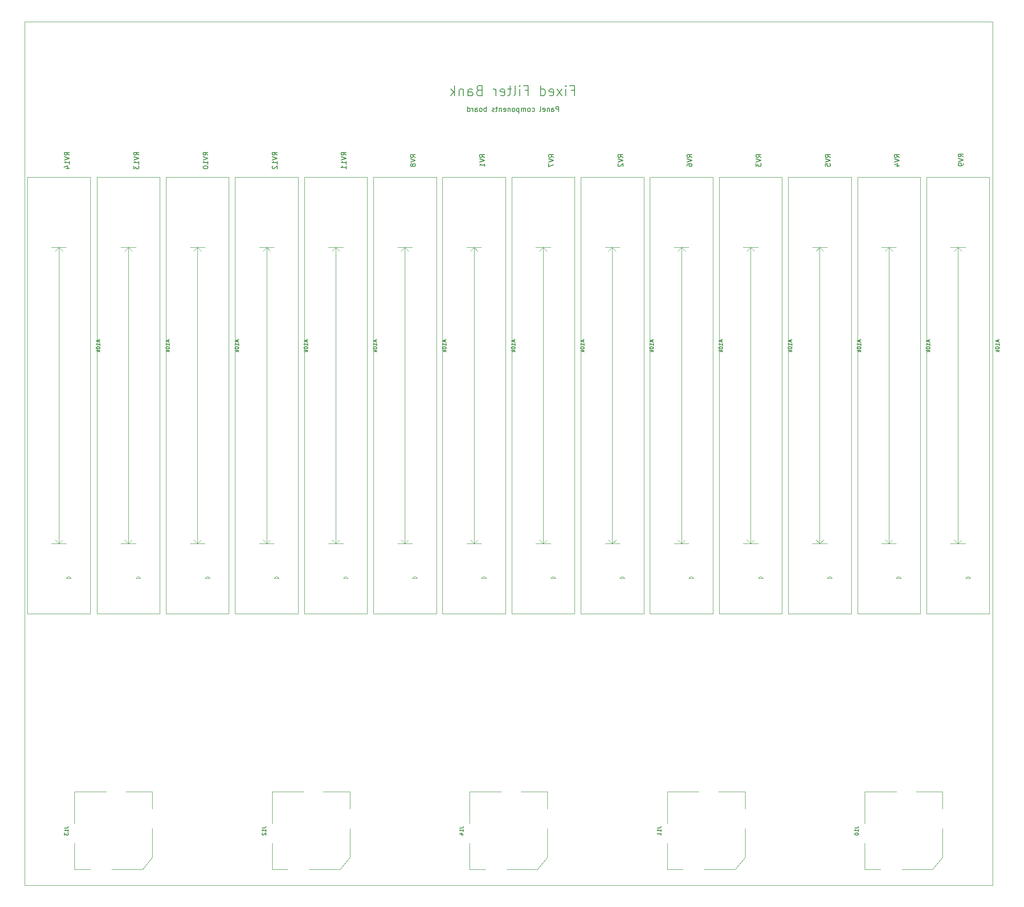
<source format=gbr>
%TF.GenerationSoftware,KiCad,Pcbnew,5.1.10-88a1d61d58~90~ubuntu20.04.1*%
%TF.CreationDate,2021-09-22T19:35:29-04:00*%
%TF.ProjectId,ysFFB,79734646-422e-46b6-9963-61645f706362,rev?*%
%TF.SameCoordinates,Original*%
%TF.FileFunction,Legend,Bot*%
%TF.FilePolarity,Positive*%
%FSLAX46Y46*%
G04 Gerber Fmt 4.6, Leading zero omitted, Abs format (unit mm)*
G04 Created by KiCad (PCBNEW 5.1.10-88a1d61d58~90~ubuntu20.04.1) date 2021-09-22 19:35:29*
%MOMM*%
%LPD*%
G01*
G04 APERTURE LIST*
%TA.AperFunction,Profile*%
%ADD10C,0.100000*%
%TD*%
%ADD11C,0.200000*%
%ADD12C,0.150000*%
%ADD13C,0.120000*%
G04 APERTURE END LIST*
D10*
X-5200000Y-32000000D02*
X-5200000Y-207000000D01*
D11*
X-90551476Y-45931142D02*
X-89884809Y-45931142D01*
X-89884809Y-46978761D02*
X-89884809Y-44978761D01*
X-90837190Y-44978761D01*
X-91599095Y-46978761D02*
X-91599095Y-45645428D01*
X-91599095Y-44978761D02*
X-91503857Y-45074000D01*
X-91599095Y-45169238D01*
X-91694333Y-45074000D01*
X-91599095Y-44978761D01*
X-91599095Y-45169238D01*
X-92361000Y-46978761D02*
X-93408619Y-45645428D01*
X-92361000Y-45645428D02*
X-93408619Y-46978761D01*
X-94932428Y-46883523D02*
X-94741952Y-46978761D01*
X-94361000Y-46978761D01*
X-94170523Y-46883523D01*
X-94075285Y-46693047D01*
X-94075285Y-45931142D01*
X-94170523Y-45740666D01*
X-94361000Y-45645428D01*
X-94741952Y-45645428D01*
X-94932428Y-45740666D01*
X-95027666Y-45931142D01*
X-95027666Y-46121619D01*
X-94075285Y-46312095D01*
X-96741952Y-46978761D02*
X-96741952Y-44978761D01*
X-96741952Y-46883523D02*
X-96551476Y-46978761D01*
X-96170523Y-46978761D01*
X-95980047Y-46883523D01*
X-95884809Y-46788285D01*
X-95789571Y-46597809D01*
X-95789571Y-46026380D01*
X-95884809Y-45835904D01*
X-95980047Y-45740666D01*
X-96170523Y-45645428D01*
X-96551476Y-45645428D01*
X-96741952Y-45740666D01*
X-99884809Y-45931142D02*
X-99218142Y-45931142D01*
X-99218142Y-46978761D02*
X-99218142Y-44978761D01*
X-100170523Y-44978761D01*
X-100932428Y-46978761D02*
X-100932428Y-45645428D01*
X-100932428Y-44978761D02*
X-100837190Y-45074000D01*
X-100932428Y-45169238D01*
X-101027666Y-45074000D01*
X-100932428Y-44978761D01*
X-100932428Y-45169238D01*
X-102170523Y-46978761D02*
X-101980047Y-46883523D01*
X-101884809Y-46693047D01*
X-101884809Y-44978761D01*
X-102646714Y-45645428D02*
X-103408619Y-45645428D01*
X-102932428Y-44978761D02*
X-102932428Y-46693047D01*
X-103027666Y-46883523D01*
X-103218142Y-46978761D01*
X-103408619Y-46978761D01*
X-104837190Y-46883523D02*
X-104646714Y-46978761D01*
X-104265761Y-46978761D01*
X-104075285Y-46883523D01*
X-103980047Y-46693047D01*
X-103980047Y-45931142D01*
X-104075285Y-45740666D01*
X-104265761Y-45645428D01*
X-104646714Y-45645428D01*
X-104837190Y-45740666D01*
X-104932428Y-45931142D01*
X-104932428Y-46121619D01*
X-103980047Y-46312095D01*
X-105789571Y-46978761D02*
X-105789571Y-45645428D01*
X-105789571Y-46026380D02*
X-105884809Y-45835904D01*
X-105980047Y-45740666D01*
X-106170523Y-45645428D01*
X-106361000Y-45645428D01*
X-109218142Y-45931142D02*
X-109503857Y-46026380D01*
X-109599095Y-46121619D01*
X-109694333Y-46312095D01*
X-109694333Y-46597809D01*
X-109599095Y-46788285D01*
X-109503857Y-46883523D01*
X-109313380Y-46978761D01*
X-108551476Y-46978761D01*
X-108551476Y-44978761D01*
X-109218142Y-44978761D01*
X-109408619Y-45074000D01*
X-109503857Y-45169238D01*
X-109599095Y-45359714D01*
X-109599095Y-45550190D01*
X-109503857Y-45740666D01*
X-109408619Y-45835904D01*
X-109218142Y-45931142D01*
X-108551476Y-45931142D01*
X-111408619Y-46978761D02*
X-111408619Y-45931142D01*
X-111313380Y-45740666D01*
X-111122904Y-45645428D01*
X-110741952Y-45645428D01*
X-110551476Y-45740666D01*
X-111408619Y-46883523D02*
X-111218142Y-46978761D01*
X-110741952Y-46978761D01*
X-110551476Y-46883523D01*
X-110456238Y-46693047D01*
X-110456238Y-46502571D01*
X-110551476Y-46312095D01*
X-110741952Y-46216857D01*
X-111218142Y-46216857D01*
X-111408619Y-46121619D01*
X-112361000Y-45645428D02*
X-112361000Y-46978761D01*
X-112361000Y-45835904D02*
X-112456238Y-45740666D01*
X-112646714Y-45645428D01*
X-112932428Y-45645428D01*
X-113122904Y-45740666D01*
X-113218142Y-45931142D01*
X-113218142Y-46978761D01*
X-114170523Y-46978761D02*
X-114170523Y-44978761D01*
X-114361000Y-46216857D02*
X-114932428Y-46978761D01*
X-114932428Y-45645428D02*
X-114170523Y-46407333D01*
D10*
X-201200000Y-32000000D02*
X-5200000Y-32000000D01*
X-5200000Y-207000000D02*
X-201200000Y-207000000D01*
D12*
X-93061714Y-50197380D02*
X-93061714Y-49197380D01*
X-93442666Y-49197380D01*
X-93537904Y-49245000D01*
X-93585523Y-49292619D01*
X-93633142Y-49387857D01*
X-93633142Y-49530714D01*
X-93585523Y-49625952D01*
X-93537904Y-49673571D01*
X-93442666Y-49721190D01*
X-93061714Y-49721190D01*
X-94490285Y-50197380D02*
X-94490285Y-49673571D01*
X-94442666Y-49578333D01*
X-94347428Y-49530714D01*
X-94156952Y-49530714D01*
X-94061714Y-49578333D01*
X-94490285Y-50149761D02*
X-94395047Y-50197380D01*
X-94156952Y-50197380D01*
X-94061714Y-50149761D01*
X-94014095Y-50054523D01*
X-94014095Y-49959285D01*
X-94061714Y-49864047D01*
X-94156952Y-49816428D01*
X-94395047Y-49816428D01*
X-94490285Y-49768809D01*
X-94966476Y-49530714D02*
X-94966476Y-50197380D01*
X-94966476Y-49625952D02*
X-95014095Y-49578333D01*
X-95109333Y-49530714D01*
X-95252190Y-49530714D01*
X-95347428Y-49578333D01*
X-95395047Y-49673571D01*
X-95395047Y-50197380D01*
X-96252190Y-50149761D02*
X-96156952Y-50197380D01*
X-95966476Y-50197380D01*
X-95871238Y-50149761D01*
X-95823619Y-50054523D01*
X-95823619Y-49673571D01*
X-95871238Y-49578333D01*
X-95966476Y-49530714D01*
X-96156952Y-49530714D01*
X-96252190Y-49578333D01*
X-96299809Y-49673571D01*
X-96299809Y-49768809D01*
X-95823619Y-49864047D01*
X-96871238Y-50197380D02*
X-96776000Y-50149761D01*
X-96728380Y-50054523D01*
X-96728380Y-49197380D01*
X-98442666Y-50149761D02*
X-98347428Y-50197380D01*
X-98156952Y-50197380D01*
X-98061714Y-50149761D01*
X-98014095Y-50102142D01*
X-97966476Y-50006904D01*
X-97966476Y-49721190D01*
X-98014095Y-49625952D01*
X-98061714Y-49578333D01*
X-98156952Y-49530714D01*
X-98347428Y-49530714D01*
X-98442666Y-49578333D01*
X-99014095Y-50197380D02*
X-98918857Y-50149761D01*
X-98871238Y-50102142D01*
X-98823619Y-50006904D01*
X-98823619Y-49721190D01*
X-98871238Y-49625952D01*
X-98918857Y-49578333D01*
X-99014095Y-49530714D01*
X-99156952Y-49530714D01*
X-99252190Y-49578333D01*
X-99299809Y-49625952D01*
X-99347428Y-49721190D01*
X-99347428Y-50006904D01*
X-99299809Y-50102142D01*
X-99252190Y-50149761D01*
X-99156952Y-50197380D01*
X-99014095Y-50197380D01*
X-99776000Y-50197380D02*
X-99776000Y-49530714D01*
X-99776000Y-49625952D02*
X-99823619Y-49578333D01*
X-99918857Y-49530714D01*
X-100061714Y-49530714D01*
X-100156952Y-49578333D01*
X-100204571Y-49673571D01*
X-100204571Y-50197380D01*
X-100204571Y-49673571D02*
X-100252190Y-49578333D01*
X-100347428Y-49530714D01*
X-100490285Y-49530714D01*
X-100585523Y-49578333D01*
X-100633142Y-49673571D01*
X-100633142Y-50197380D01*
X-101109333Y-49530714D02*
X-101109333Y-50530714D01*
X-101109333Y-49578333D02*
X-101204571Y-49530714D01*
X-101395047Y-49530714D01*
X-101490285Y-49578333D01*
X-101537904Y-49625952D01*
X-101585523Y-49721190D01*
X-101585523Y-50006904D01*
X-101537904Y-50102142D01*
X-101490285Y-50149761D01*
X-101395047Y-50197380D01*
X-101204571Y-50197380D01*
X-101109333Y-50149761D01*
X-102156952Y-50197380D02*
X-102061714Y-50149761D01*
X-102014095Y-50102142D01*
X-101966476Y-50006904D01*
X-101966476Y-49721190D01*
X-102014095Y-49625952D01*
X-102061714Y-49578333D01*
X-102156952Y-49530714D01*
X-102299809Y-49530714D01*
X-102395047Y-49578333D01*
X-102442666Y-49625952D01*
X-102490285Y-49721190D01*
X-102490285Y-50006904D01*
X-102442666Y-50102142D01*
X-102395047Y-50149761D01*
X-102299809Y-50197380D01*
X-102156952Y-50197380D01*
X-102918857Y-49530714D02*
X-102918857Y-50197380D01*
X-102918857Y-49625952D02*
X-102966476Y-49578333D01*
X-103061714Y-49530714D01*
X-103204571Y-49530714D01*
X-103299809Y-49578333D01*
X-103347428Y-49673571D01*
X-103347428Y-50197380D01*
X-104204571Y-50149761D02*
X-104109333Y-50197380D01*
X-103918857Y-50197380D01*
X-103823619Y-50149761D01*
X-103776000Y-50054523D01*
X-103776000Y-49673571D01*
X-103823619Y-49578333D01*
X-103918857Y-49530714D01*
X-104109333Y-49530714D01*
X-104204571Y-49578333D01*
X-104252190Y-49673571D01*
X-104252190Y-49768809D01*
X-103776000Y-49864047D01*
X-104680761Y-49530714D02*
X-104680761Y-50197380D01*
X-104680761Y-49625952D02*
X-104728380Y-49578333D01*
X-104823619Y-49530714D01*
X-104966476Y-49530714D01*
X-105061714Y-49578333D01*
X-105109333Y-49673571D01*
X-105109333Y-50197380D01*
X-105442666Y-49530714D02*
X-105823619Y-49530714D01*
X-105585523Y-49197380D02*
X-105585523Y-50054523D01*
X-105633142Y-50149761D01*
X-105728380Y-50197380D01*
X-105823619Y-50197380D01*
X-106109333Y-50149761D02*
X-106204571Y-50197380D01*
X-106395047Y-50197380D01*
X-106490285Y-50149761D01*
X-106537904Y-50054523D01*
X-106537904Y-50006904D01*
X-106490285Y-49911666D01*
X-106395047Y-49864047D01*
X-106252190Y-49864047D01*
X-106156952Y-49816428D01*
X-106109333Y-49721190D01*
X-106109333Y-49673571D01*
X-106156952Y-49578333D01*
X-106252190Y-49530714D01*
X-106395047Y-49530714D01*
X-106490285Y-49578333D01*
X-107728380Y-50197380D02*
X-107728380Y-49197380D01*
X-107728380Y-49578333D02*
X-107823619Y-49530714D01*
X-108014095Y-49530714D01*
X-108109333Y-49578333D01*
X-108156952Y-49625952D01*
X-108204571Y-49721190D01*
X-108204571Y-50006904D01*
X-108156952Y-50102142D01*
X-108109333Y-50149761D01*
X-108014095Y-50197380D01*
X-107823619Y-50197380D01*
X-107728380Y-50149761D01*
X-108776000Y-50197380D02*
X-108680761Y-50149761D01*
X-108633142Y-50102142D01*
X-108585523Y-50006904D01*
X-108585523Y-49721190D01*
X-108633142Y-49625952D01*
X-108680761Y-49578333D01*
X-108776000Y-49530714D01*
X-108918857Y-49530714D01*
X-109014095Y-49578333D01*
X-109061714Y-49625952D01*
X-109109333Y-49721190D01*
X-109109333Y-50006904D01*
X-109061714Y-50102142D01*
X-109014095Y-50149761D01*
X-108918857Y-50197380D01*
X-108776000Y-50197380D01*
X-109966476Y-50197380D02*
X-109966476Y-49673571D01*
X-109918857Y-49578333D01*
X-109823619Y-49530714D01*
X-109633142Y-49530714D01*
X-109537904Y-49578333D01*
X-109966476Y-50149761D02*
X-109871238Y-50197380D01*
X-109633142Y-50197380D01*
X-109537904Y-50149761D01*
X-109490285Y-50054523D01*
X-109490285Y-49959285D01*
X-109537904Y-49864047D01*
X-109633142Y-49816428D01*
X-109871238Y-49816428D01*
X-109966476Y-49768809D01*
X-110442666Y-50197380D02*
X-110442666Y-49530714D01*
X-110442666Y-49721190D02*
X-110490285Y-49625952D01*
X-110537904Y-49578333D01*
X-110633142Y-49530714D01*
X-110728380Y-49530714D01*
X-111490285Y-50197380D02*
X-111490285Y-49197380D01*
X-111490285Y-50149761D02*
X-111395047Y-50197380D01*
X-111204571Y-50197380D01*
X-111109333Y-50149761D01*
X-111061714Y-50102142D01*
X-111014095Y-50006904D01*
X-111014095Y-49721190D01*
X-111061714Y-49625952D01*
X-111109333Y-49578333D01*
X-111204571Y-49530714D01*
X-111395047Y-49530714D01*
X-111490285Y-49578333D01*
D10*
X-201200000Y-207000000D02*
X-201200000Y-32000000D01*
D13*
%TO.C,RV6*%
X-61836000Y-151965000D02*
X-61836000Y-63525000D01*
X-74576000Y-151965000D02*
X-74576000Y-63525000D01*
X-61836000Y-151965000D02*
X-74576000Y-151965000D01*
X-61836000Y-63525000D02*
X-74576000Y-63525000D01*
X-66206000Y-144330000D02*
X-65706000Y-144830000D01*
X-65706000Y-144830000D02*
X-66706000Y-144830000D01*
X-66706000Y-144830000D02*
X-66206000Y-144330000D01*
X-68206000Y-137745000D02*
X-68206000Y-77745000D01*
X-66706000Y-137745000D02*
X-69706000Y-137745000D01*
X-67426000Y-137025000D02*
X-68206000Y-137745000D01*
X-68206000Y-137745000D02*
X-68956000Y-136995000D01*
X-66706000Y-77745000D02*
X-69706000Y-77745000D01*
X-67456000Y-78495000D02*
X-68206000Y-77745000D01*
X-68206000Y-77745000D02*
X-68956000Y-78495000D01*
%TO.C,RV2*%
X-75836000Y-151965000D02*
X-75836000Y-63525000D01*
X-88576000Y-151965000D02*
X-88576000Y-63525000D01*
X-75836000Y-151965000D02*
X-88576000Y-151965000D01*
X-75836000Y-63525000D02*
X-88576000Y-63525000D01*
X-80206000Y-144330000D02*
X-79706000Y-144830000D01*
X-79706000Y-144830000D02*
X-80706000Y-144830000D01*
X-80706000Y-144830000D02*
X-80206000Y-144330000D01*
X-82206000Y-137745000D02*
X-82206000Y-77745000D01*
X-80706000Y-137745000D02*
X-83706000Y-137745000D01*
X-81426000Y-137025000D02*
X-82206000Y-137745000D01*
X-82206000Y-137745000D02*
X-82956000Y-136995000D01*
X-80706000Y-77745000D02*
X-83706000Y-77745000D01*
X-81456000Y-78495000D02*
X-82206000Y-77745000D01*
X-82206000Y-77745000D02*
X-82956000Y-78495000D01*
%TO.C,J10*%
X-24700000Y-188100000D02*
X-31100000Y-188100000D01*
X-31100000Y-188100000D02*
X-31100000Y-194500000D01*
X-17400000Y-203850000D02*
X-17350000Y-203850000D01*
X-23600000Y-203850000D02*
X-17400000Y-203850000D01*
X-15350000Y-201350000D02*
X-15350000Y-195500000D01*
X-31100000Y-198500000D02*
X-31100000Y-203850000D01*
X-15350000Y-188100000D02*
X-20700000Y-188100000D01*
X-15350000Y-191500000D02*
X-15350000Y-188100000D01*
X-17350000Y-203850000D02*
X-15350000Y-201350000D01*
X-31100000Y-203850000D02*
X-27900000Y-203850000D01*
%TO.C,RV9*%
X-5836000Y-151965000D02*
X-5836000Y-63525000D01*
X-18576000Y-151965000D02*
X-18576000Y-63525000D01*
X-5836000Y-151965000D02*
X-18576000Y-151965000D01*
X-5836000Y-63525000D02*
X-18576000Y-63525000D01*
X-10206000Y-144330000D02*
X-9706000Y-144830000D01*
X-9706000Y-144830000D02*
X-10706000Y-144830000D01*
X-10706000Y-144830000D02*
X-10206000Y-144330000D01*
X-12206000Y-137745000D02*
X-12206000Y-77745000D01*
X-10706000Y-137745000D02*
X-13706000Y-137745000D01*
X-11426000Y-137025000D02*
X-12206000Y-137745000D01*
X-12206000Y-137745000D02*
X-12956000Y-136995000D01*
X-10706000Y-77745000D02*
X-13706000Y-77745000D01*
X-11456000Y-78495000D02*
X-12206000Y-77745000D01*
X-12206000Y-77745000D02*
X-12956000Y-78495000D01*
%TO.C,RV14*%
X-187906000Y-151965000D02*
X-187906000Y-63525000D01*
X-200646000Y-151965000D02*
X-200646000Y-63525000D01*
X-187906000Y-151965000D02*
X-200646000Y-151965000D01*
X-187906000Y-63525000D02*
X-200646000Y-63525000D01*
X-192276000Y-144330000D02*
X-191776000Y-144830000D01*
X-191776000Y-144830000D02*
X-192776000Y-144830000D01*
X-192776000Y-144830000D02*
X-192276000Y-144330000D01*
X-194276000Y-137745000D02*
X-194276000Y-77745000D01*
X-192776000Y-137745000D02*
X-195776000Y-137745000D01*
X-193496000Y-137025000D02*
X-194276000Y-137745000D01*
X-194276000Y-137745000D02*
X-195026000Y-136995000D01*
X-192776000Y-77745000D02*
X-195776000Y-77745000D01*
X-193526000Y-78495000D02*
X-194276000Y-77745000D01*
X-194276000Y-77745000D02*
X-195026000Y-78495000D01*
%TO.C,RV13*%
X-173836000Y-151965000D02*
X-173836000Y-63525000D01*
X-186576000Y-151965000D02*
X-186576000Y-63525000D01*
X-173836000Y-151965000D02*
X-186576000Y-151965000D01*
X-173836000Y-63525000D02*
X-186576000Y-63525000D01*
X-178206000Y-144330000D02*
X-177706000Y-144830000D01*
X-177706000Y-144830000D02*
X-178706000Y-144830000D01*
X-178706000Y-144830000D02*
X-178206000Y-144330000D01*
X-180206000Y-137745000D02*
X-180206000Y-77745000D01*
X-178706000Y-137745000D02*
X-181706000Y-137745000D01*
X-179426000Y-137025000D02*
X-180206000Y-137745000D01*
X-180206000Y-137745000D02*
X-180956000Y-136995000D01*
X-178706000Y-77745000D02*
X-181706000Y-77745000D01*
X-179456000Y-78495000D02*
X-180206000Y-77745000D01*
X-180206000Y-77745000D02*
X-180956000Y-78495000D01*
%TO.C,RV1*%
X-103836000Y-151965000D02*
X-103836000Y-63525000D01*
X-116576000Y-151965000D02*
X-116576000Y-63525000D01*
X-103836000Y-151965000D02*
X-116576000Y-151965000D01*
X-103836000Y-63525000D02*
X-116576000Y-63525000D01*
X-108206000Y-144330000D02*
X-107706000Y-144830000D01*
X-107706000Y-144830000D02*
X-108706000Y-144830000D01*
X-108706000Y-144830000D02*
X-108206000Y-144330000D01*
X-110206000Y-137745000D02*
X-110206000Y-77745000D01*
X-108706000Y-137745000D02*
X-111706000Y-137745000D01*
X-109426000Y-137025000D02*
X-110206000Y-137745000D01*
X-110206000Y-137745000D02*
X-110956000Y-136995000D01*
X-108706000Y-77745000D02*
X-111706000Y-77745000D01*
X-109456000Y-78495000D02*
X-110206000Y-77745000D01*
X-110206000Y-77745000D02*
X-110956000Y-78495000D01*
%TO.C,RV7*%
X-89836000Y-151965000D02*
X-89836000Y-63525000D01*
X-102576000Y-151965000D02*
X-102576000Y-63525000D01*
X-89836000Y-151965000D02*
X-102576000Y-151965000D01*
X-89836000Y-63525000D02*
X-102576000Y-63525000D01*
X-94206000Y-144330000D02*
X-93706000Y-144830000D01*
X-93706000Y-144830000D02*
X-94706000Y-144830000D01*
X-94706000Y-144830000D02*
X-94206000Y-144330000D01*
X-96206000Y-137745000D02*
X-96206000Y-77745000D01*
X-94706000Y-137745000D02*
X-97706000Y-137745000D01*
X-95426000Y-137025000D02*
X-96206000Y-137745000D01*
X-96206000Y-137745000D02*
X-96956000Y-136995000D01*
X-94706000Y-77745000D02*
X-97706000Y-77745000D01*
X-95456000Y-78495000D02*
X-96206000Y-77745000D01*
X-96206000Y-77745000D02*
X-96956000Y-78495000D01*
%TO.C,RV8*%
X-117836000Y-151965000D02*
X-117836000Y-63525000D01*
X-130576000Y-151965000D02*
X-130576000Y-63525000D01*
X-117836000Y-151965000D02*
X-130576000Y-151965000D01*
X-117836000Y-63525000D02*
X-130576000Y-63525000D01*
X-122206000Y-144330000D02*
X-121706000Y-144830000D01*
X-121706000Y-144830000D02*
X-122706000Y-144830000D01*
X-122706000Y-144830000D02*
X-122206000Y-144330000D01*
X-124206000Y-137745000D02*
X-124206000Y-77745000D01*
X-122706000Y-137745000D02*
X-125706000Y-137745000D01*
X-123426000Y-137025000D02*
X-124206000Y-137745000D01*
X-124206000Y-137745000D02*
X-124956000Y-136995000D01*
X-122706000Y-77745000D02*
X-125706000Y-77745000D01*
X-123456000Y-78495000D02*
X-124206000Y-77745000D01*
X-124206000Y-77745000D02*
X-124956000Y-78495000D01*
%TO.C,J12*%
X-144700000Y-188100000D02*
X-151100000Y-188100000D01*
X-151100000Y-188100000D02*
X-151100000Y-194500000D01*
X-137400000Y-203850000D02*
X-137350000Y-203850000D01*
X-143600000Y-203850000D02*
X-137400000Y-203850000D01*
X-135350000Y-201350000D02*
X-135350000Y-195500000D01*
X-151100000Y-198500000D02*
X-151100000Y-203850000D01*
X-135350000Y-188100000D02*
X-140700000Y-188100000D01*
X-135350000Y-191500000D02*
X-135350000Y-188100000D01*
X-137350000Y-203850000D02*
X-135350000Y-201350000D01*
X-151100000Y-203850000D02*
X-147900000Y-203850000D01*
%TO.C,RV11*%
X-131836000Y-151965000D02*
X-131836000Y-63525000D01*
X-144576000Y-151965000D02*
X-144576000Y-63525000D01*
X-131836000Y-151965000D02*
X-144576000Y-151965000D01*
X-131836000Y-63525000D02*
X-144576000Y-63525000D01*
X-136206000Y-144330000D02*
X-135706000Y-144830000D01*
X-135706000Y-144830000D02*
X-136706000Y-144830000D01*
X-136706000Y-144830000D02*
X-136206000Y-144330000D01*
X-138206000Y-137745000D02*
X-138206000Y-77745000D01*
X-136706000Y-137745000D02*
X-139706000Y-137745000D01*
X-137426000Y-137025000D02*
X-138206000Y-137745000D01*
X-138206000Y-137745000D02*
X-138956000Y-136995000D01*
X-136706000Y-77745000D02*
X-139706000Y-77745000D01*
X-137456000Y-78495000D02*
X-138206000Y-77745000D01*
X-138206000Y-77745000D02*
X-138956000Y-78495000D01*
%TO.C,RV4*%
X-19836000Y-151965000D02*
X-19836000Y-63525000D01*
X-32576000Y-151965000D02*
X-32576000Y-63525000D01*
X-19836000Y-151965000D02*
X-32576000Y-151965000D01*
X-19836000Y-63525000D02*
X-32576000Y-63525000D01*
X-24206000Y-144330000D02*
X-23706000Y-144830000D01*
X-23706000Y-144830000D02*
X-24706000Y-144830000D01*
X-24706000Y-144830000D02*
X-24206000Y-144330000D01*
X-26206000Y-137745000D02*
X-26206000Y-77745000D01*
X-24706000Y-137745000D02*
X-27706000Y-137745000D01*
X-25426000Y-137025000D02*
X-26206000Y-137745000D01*
X-26206000Y-137745000D02*
X-26956000Y-136995000D01*
X-24706000Y-77745000D02*
X-27706000Y-77745000D01*
X-25456000Y-78495000D02*
X-26206000Y-77745000D01*
X-26206000Y-77745000D02*
X-26956000Y-78495000D01*
%TO.C,RV12*%
X-145836000Y-151965000D02*
X-145836000Y-63525000D01*
X-158576000Y-151965000D02*
X-158576000Y-63525000D01*
X-145836000Y-151965000D02*
X-158576000Y-151965000D01*
X-145836000Y-63525000D02*
X-158576000Y-63525000D01*
X-150206000Y-144330000D02*
X-149706000Y-144830000D01*
X-149706000Y-144830000D02*
X-150706000Y-144830000D01*
X-150706000Y-144830000D02*
X-150206000Y-144330000D01*
X-152206000Y-137745000D02*
X-152206000Y-77745000D01*
X-150706000Y-137745000D02*
X-153706000Y-137745000D01*
X-151426000Y-137025000D02*
X-152206000Y-137745000D01*
X-152206000Y-137745000D02*
X-152956000Y-136995000D01*
X-150706000Y-77745000D02*
X-153706000Y-77745000D01*
X-151456000Y-78495000D02*
X-152206000Y-77745000D01*
X-152206000Y-77745000D02*
X-152956000Y-78495000D01*
%TO.C,RV3*%
X-47836000Y-151965000D02*
X-47836000Y-63525000D01*
X-60576000Y-151965000D02*
X-60576000Y-63525000D01*
X-47836000Y-151965000D02*
X-60576000Y-151965000D01*
X-47836000Y-63525000D02*
X-60576000Y-63525000D01*
X-52206000Y-144330000D02*
X-51706000Y-144830000D01*
X-51706000Y-144830000D02*
X-52706000Y-144830000D01*
X-52706000Y-144830000D02*
X-52206000Y-144330000D01*
X-54206000Y-137745000D02*
X-54206000Y-77745000D01*
X-52706000Y-137745000D02*
X-55706000Y-137745000D01*
X-53426000Y-137025000D02*
X-54206000Y-137745000D01*
X-54206000Y-137745000D02*
X-54956000Y-136995000D01*
X-52706000Y-77745000D02*
X-55706000Y-77745000D01*
X-53456000Y-78495000D02*
X-54206000Y-77745000D01*
X-54206000Y-77745000D02*
X-54956000Y-78495000D01*
%TO.C,J11*%
X-64700000Y-188100000D02*
X-71100000Y-188100000D01*
X-71100000Y-188100000D02*
X-71100000Y-194500000D01*
X-57400000Y-203850000D02*
X-57350000Y-203850000D01*
X-63600000Y-203850000D02*
X-57400000Y-203850000D01*
X-55350000Y-201350000D02*
X-55350000Y-195500000D01*
X-71100000Y-198500000D02*
X-71100000Y-203850000D01*
X-55350000Y-188100000D02*
X-60700000Y-188100000D01*
X-55350000Y-191500000D02*
X-55350000Y-188100000D01*
X-57350000Y-203850000D02*
X-55350000Y-201350000D01*
X-71100000Y-203850000D02*
X-67900000Y-203850000D01*
%TO.C,J14*%
X-104700000Y-188100000D02*
X-111100000Y-188100000D01*
X-111100000Y-188100000D02*
X-111100000Y-194500000D01*
X-97400000Y-203850000D02*
X-97350000Y-203850000D01*
X-103600000Y-203850000D02*
X-97400000Y-203850000D01*
X-95350000Y-201350000D02*
X-95350000Y-195500000D01*
X-111100000Y-198500000D02*
X-111100000Y-203850000D01*
X-95350000Y-188100000D02*
X-100700000Y-188100000D01*
X-95350000Y-191500000D02*
X-95350000Y-188100000D01*
X-97350000Y-203850000D02*
X-95350000Y-201350000D01*
X-111100000Y-203850000D02*
X-107900000Y-203850000D01*
%TO.C,J13*%
X-184700000Y-188100000D02*
X-191100000Y-188100000D01*
X-191100000Y-188100000D02*
X-191100000Y-194500000D01*
X-177400000Y-203850000D02*
X-177350000Y-203850000D01*
X-183600000Y-203850000D02*
X-177400000Y-203850000D01*
X-175350000Y-201350000D02*
X-175350000Y-195500000D01*
X-191100000Y-198500000D02*
X-191100000Y-203850000D01*
X-175350000Y-188100000D02*
X-180700000Y-188100000D01*
X-175350000Y-191500000D02*
X-175350000Y-188100000D01*
X-177350000Y-203850000D02*
X-175350000Y-201350000D01*
X-191100000Y-203850000D02*
X-187900000Y-203850000D01*
%TO.C,RV10*%
X-159836000Y-151965000D02*
X-159836000Y-63525000D01*
X-172576000Y-151965000D02*
X-172576000Y-63525000D01*
X-159836000Y-151965000D02*
X-172576000Y-151965000D01*
X-159836000Y-63525000D02*
X-172576000Y-63525000D01*
X-164206000Y-144330000D02*
X-163706000Y-144830000D01*
X-163706000Y-144830000D02*
X-164706000Y-144830000D01*
X-164706000Y-144830000D02*
X-164206000Y-144330000D01*
X-166206000Y-137745000D02*
X-166206000Y-77745000D01*
X-164706000Y-137745000D02*
X-167706000Y-137745000D01*
X-165426000Y-137025000D02*
X-166206000Y-137745000D01*
X-166206000Y-137745000D02*
X-166956000Y-136995000D01*
X-164706000Y-77745000D02*
X-167706000Y-77745000D01*
X-165456000Y-78495000D02*
X-166206000Y-77745000D01*
X-166206000Y-77745000D02*
X-166956000Y-78495000D01*
%TO.C,RV5*%
X-33836000Y-151965000D02*
X-33836000Y-63525000D01*
X-46576000Y-151965000D02*
X-46576000Y-63525000D01*
X-33836000Y-151965000D02*
X-46576000Y-151965000D01*
X-33836000Y-63525000D02*
X-46576000Y-63525000D01*
X-38206000Y-144330000D02*
X-37706000Y-144830000D01*
X-37706000Y-144830000D02*
X-38706000Y-144830000D01*
X-38706000Y-144830000D02*
X-38206000Y-144330000D01*
X-40206000Y-137745000D02*
X-40206000Y-77745000D01*
X-38706000Y-137745000D02*
X-41706000Y-137745000D01*
X-39426000Y-137025000D02*
X-40206000Y-137745000D01*
X-40206000Y-137745000D02*
X-40956000Y-136995000D01*
X-38706000Y-77745000D02*
X-41706000Y-77745000D01*
X-39456000Y-78495000D02*
X-40206000Y-77745000D01*
X-40206000Y-77745000D02*
X-40956000Y-78495000D01*
%TD*%
%TO.C,RV6*%
D12*
X-66073619Y-59529761D02*
X-66549809Y-59196428D01*
X-66073619Y-58958333D02*
X-67073619Y-58958333D01*
X-67073619Y-59339285D01*
X-67026000Y-59434523D01*
X-66978380Y-59482142D01*
X-66883142Y-59529761D01*
X-66740285Y-59529761D01*
X-66645047Y-59482142D01*
X-66597428Y-59434523D01*
X-66549809Y-59339285D01*
X-66549809Y-58958333D01*
X-67073619Y-59815476D02*
X-66073619Y-60148809D01*
X-67073619Y-60482142D01*
X-67073619Y-61244047D02*
X-67073619Y-61053571D01*
X-67026000Y-60958333D01*
X-66978380Y-60910714D01*
X-66835523Y-60815476D01*
X-66645047Y-60767857D01*
X-66264095Y-60767857D01*
X-66168857Y-60815476D01*
X-66121238Y-60863095D01*
X-66073619Y-60958333D01*
X-66073619Y-61148809D01*
X-66121238Y-61244047D01*
X-66168857Y-61291666D01*
X-66264095Y-61339285D01*
X-66502190Y-61339285D01*
X-66597428Y-61291666D01*
X-66645047Y-61244047D01*
X-66692666Y-61148809D01*
X-66692666Y-60958333D01*
X-66645047Y-60863095D01*
X-66597428Y-60815476D01*
X-66502190Y-60767857D01*
X-60081000Y-96548571D02*
X-60081000Y-96905714D01*
X-59866714Y-96477142D02*
X-60616714Y-96727142D01*
X-59866714Y-96977142D01*
X-59866714Y-97620000D02*
X-59866714Y-97191428D01*
X-59866714Y-97405714D02*
X-60616714Y-97405714D01*
X-60509571Y-97334285D01*
X-60438142Y-97262857D01*
X-60402428Y-97191428D01*
X-60616714Y-98084285D02*
X-60616714Y-98155714D01*
X-60581000Y-98227142D01*
X-60545285Y-98262857D01*
X-60473857Y-98298571D01*
X-60331000Y-98334285D01*
X-60152428Y-98334285D01*
X-60009571Y-98298571D01*
X-59938142Y-98262857D01*
X-59902428Y-98227142D01*
X-59866714Y-98155714D01*
X-59866714Y-98084285D01*
X-59902428Y-98012857D01*
X-59938142Y-97977142D01*
X-60009571Y-97941428D01*
X-60152428Y-97905714D01*
X-60331000Y-97905714D01*
X-60473857Y-97941428D01*
X-60545285Y-97977142D01*
X-60581000Y-98012857D01*
X-60616714Y-98084285D01*
X-59866714Y-98655714D02*
X-60616714Y-98655714D01*
X-60152428Y-98727142D02*
X-59866714Y-98941428D01*
X-60366714Y-98941428D02*
X-60081000Y-98655714D01*
%TO.C,RV2*%
X-80073619Y-59529761D02*
X-80549809Y-59196428D01*
X-80073619Y-58958333D02*
X-81073619Y-58958333D01*
X-81073619Y-59339285D01*
X-81026000Y-59434523D01*
X-80978380Y-59482142D01*
X-80883142Y-59529761D01*
X-80740285Y-59529761D01*
X-80645047Y-59482142D01*
X-80597428Y-59434523D01*
X-80549809Y-59339285D01*
X-80549809Y-58958333D01*
X-81073619Y-59815476D02*
X-80073619Y-60148809D01*
X-81073619Y-60482142D01*
X-80978380Y-60767857D02*
X-81026000Y-60815476D01*
X-81073619Y-60910714D01*
X-81073619Y-61148809D01*
X-81026000Y-61244047D01*
X-80978380Y-61291666D01*
X-80883142Y-61339285D01*
X-80787904Y-61339285D01*
X-80645047Y-61291666D01*
X-80073619Y-60720238D01*
X-80073619Y-61339285D01*
X-74081000Y-96548571D02*
X-74081000Y-96905714D01*
X-73866714Y-96477142D02*
X-74616714Y-96727142D01*
X-73866714Y-96977142D01*
X-73866714Y-97620000D02*
X-73866714Y-97191428D01*
X-73866714Y-97405714D02*
X-74616714Y-97405714D01*
X-74509571Y-97334285D01*
X-74438142Y-97262857D01*
X-74402428Y-97191428D01*
X-74616714Y-98084285D02*
X-74616714Y-98155714D01*
X-74581000Y-98227142D01*
X-74545285Y-98262857D01*
X-74473857Y-98298571D01*
X-74331000Y-98334285D01*
X-74152428Y-98334285D01*
X-74009571Y-98298571D01*
X-73938142Y-98262857D01*
X-73902428Y-98227142D01*
X-73866714Y-98155714D01*
X-73866714Y-98084285D01*
X-73902428Y-98012857D01*
X-73938142Y-97977142D01*
X-74009571Y-97941428D01*
X-74152428Y-97905714D01*
X-74331000Y-97905714D01*
X-74473857Y-97941428D01*
X-74545285Y-97977142D01*
X-74581000Y-98012857D01*
X-74616714Y-98084285D01*
X-73866714Y-98655714D02*
X-74616714Y-98655714D01*
X-74152428Y-98727142D02*
X-73866714Y-98941428D01*
X-74366714Y-98941428D02*
X-74081000Y-98655714D01*
%TO.C,J10*%
X-33110714Y-195392857D02*
X-32575000Y-195392857D01*
X-32467857Y-195357142D01*
X-32396428Y-195285714D01*
X-32360714Y-195178571D01*
X-32360714Y-195107142D01*
X-32360714Y-196142857D02*
X-32360714Y-195714285D01*
X-32360714Y-195928571D02*
X-33110714Y-195928571D01*
X-33003571Y-195857142D01*
X-32932142Y-195785714D01*
X-32896428Y-195714285D01*
X-33110714Y-196607142D02*
X-33110714Y-196678571D01*
X-33075000Y-196750000D01*
X-33039285Y-196785714D01*
X-32967857Y-196821428D01*
X-32825000Y-196857142D01*
X-32646428Y-196857142D01*
X-32503571Y-196821428D01*
X-32432142Y-196785714D01*
X-32396428Y-196750000D01*
X-32360714Y-196678571D01*
X-32360714Y-196607142D01*
X-32396428Y-196535714D01*
X-32432142Y-196500000D01*
X-32503571Y-196464285D01*
X-32646428Y-196428571D01*
X-32825000Y-196428571D01*
X-32967857Y-196464285D01*
X-33039285Y-196500000D01*
X-33075000Y-196535714D01*
X-33110714Y-196607142D01*
%TO.C,RV9*%
X-11147619Y-59404761D02*
X-11623809Y-59071428D01*
X-11147619Y-58833333D02*
X-12147619Y-58833333D01*
X-12147619Y-59214285D01*
X-12100000Y-59309523D01*
X-12052380Y-59357142D01*
X-11957142Y-59404761D01*
X-11814285Y-59404761D01*
X-11719047Y-59357142D01*
X-11671428Y-59309523D01*
X-11623809Y-59214285D01*
X-11623809Y-58833333D01*
X-12147619Y-59690476D02*
X-11147619Y-60023809D01*
X-12147619Y-60357142D01*
X-11147619Y-60738095D02*
X-11147619Y-60928571D01*
X-11195238Y-61023809D01*
X-11242857Y-61071428D01*
X-11385714Y-61166666D01*
X-11576190Y-61214285D01*
X-11957142Y-61214285D01*
X-12052380Y-61166666D01*
X-12100000Y-61119047D01*
X-12147619Y-61023809D01*
X-12147619Y-60833333D01*
X-12100000Y-60738095D01*
X-12052380Y-60690476D01*
X-11957142Y-60642857D01*
X-11719047Y-60642857D01*
X-11623809Y-60690476D01*
X-11576190Y-60738095D01*
X-11528571Y-60833333D01*
X-11528571Y-61023809D01*
X-11576190Y-61119047D01*
X-11623809Y-61166666D01*
X-11719047Y-61214285D01*
X-4081000Y-96548571D02*
X-4081000Y-96905714D01*
X-3866714Y-96477142D02*
X-4616714Y-96727142D01*
X-3866714Y-96977142D01*
X-3866714Y-97620000D02*
X-3866714Y-97191428D01*
X-3866714Y-97405714D02*
X-4616714Y-97405714D01*
X-4509571Y-97334285D01*
X-4438142Y-97262857D01*
X-4402428Y-97191428D01*
X-4616714Y-98084285D02*
X-4616714Y-98155714D01*
X-4581000Y-98227142D01*
X-4545285Y-98262857D01*
X-4473857Y-98298571D01*
X-4331000Y-98334285D01*
X-4152428Y-98334285D01*
X-4009571Y-98298571D01*
X-3938142Y-98262857D01*
X-3902428Y-98227142D01*
X-3866714Y-98155714D01*
X-3866714Y-98084285D01*
X-3902428Y-98012857D01*
X-3938142Y-97977142D01*
X-4009571Y-97941428D01*
X-4152428Y-97905714D01*
X-4331000Y-97905714D01*
X-4473857Y-97941428D01*
X-4545285Y-97977142D01*
X-4581000Y-98012857D01*
X-4616714Y-98084285D01*
X-3866714Y-98655714D02*
X-4616714Y-98655714D01*
X-4152428Y-98727142D02*
X-3866714Y-98941428D01*
X-4366714Y-98941428D02*
X-4081000Y-98655714D01*
%TO.C,RV14*%
X-192143619Y-59053571D02*
X-192619809Y-58720238D01*
X-192143619Y-58482142D02*
X-193143619Y-58482142D01*
X-193143619Y-58863095D01*
X-193096000Y-58958333D01*
X-193048380Y-59005952D01*
X-192953142Y-59053571D01*
X-192810285Y-59053571D01*
X-192715047Y-59005952D01*
X-192667428Y-58958333D01*
X-192619809Y-58863095D01*
X-192619809Y-58482142D01*
X-193143619Y-59339285D02*
X-192143619Y-59672619D01*
X-193143619Y-60005952D01*
X-192143619Y-60863095D02*
X-192143619Y-60291666D01*
X-192143619Y-60577380D02*
X-193143619Y-60577380D01*
X-193000761Y-60482142D01*
X-192905523Y-60386904D01*
X-192857904Y-60291666D01*
X-192810285Y-61720238D02*
X-192143619Y-61720238D01*
X-193191238Y-61482142D02*
X-192476952Y-61244047D01*
X-192476952Y-61863095D01*
X-186151000Y-96548571D02*
X-186151000Y-96905714D01*
X-185936714Y-96477142D02*
X-186686714Y-96727142D01*
X-185936714Y-96977142D01*
X-185936714Y-97620000D02*
X-185936714Y-97191428D01*
X-185936714Y-97405714D02*
X-186686714Y-97405714D01*
X-186579571Y-97334285D01*
X-186508142Y-97262857D01*
X-186472428Y-97191428D01*
X-186686714Y-98084285D02*
X-186686714Y-98155714D01*
X-186651000Y-98227142D01*
X-186615285Y-98262857D01*
X-186543857Y-98298571D01*
X-186401000Y-98334285D01*
X-186222428Y-98334285D01*
X-186079571Y-98298571D01*
X-186008142Y-98262857D01*
X-185972428Y-98227142D01*
X-185936714Y-98155714D01*
X-185936714Y-98084285D01*
X-185972428Y-98012857D01*
X-186008142Y-97977142D01*
X-186079571Y-97941428D01*
X-186222428Y-97905714D01*
X-186401000Y-97905714D01*
X-186543857Y-97941428D01*
X-186615285Y-97977142D01*
X-186651000Y-98012857D01*
X-186686714Y-98084285D01*
X-185936714Y-98655714D02*
X-186686714Y-98655714D01*
X-186222428Y-98727142D02*
X-185936714Y-98941428D01*
X-186436714Y-98941428D02*
X-186151000Y-98655714D01*
%TO.C,RV13*%
X-178073619Y-59053571D02*
X-178549809Y-58720238D01*
X-178073619Y-58482142D02*
X-179073619Y-58482142D01*
X-179073619Y-58863095D01*
X-179026000Y-58958333D01*
X-178978380Y-59005952D01*
X-178883142Y-59053571D01*
X-178740285Y-59053571D01*
X-178645047Y-59005952D01*
X-178597428Y-58958333D01*
X-178549809Y-58863095D01*
X-178549809Y-58482142D01*
X-179073619Y-59339285D02*
X-178073619Y-59672619D01*
X-179073619Y-60005952D01*
X-178073619Y-60863095D02*
X-178073619Y-60291666D01*
X-178073619Y-60577380D02*
X-179073619Y-60577380D01*
X-178930761Y-60482142D01*
X-178835523Y-60386904D01*
X-178787904Y-60291666D01*
X-179073619Y-61196428D02*
X-179073619Y-61815476D01*
X-178692666Y-61482142D01*
X-178692666Y-61625000D01*
X-178645047Y-61720238D01*
X-178597428Y-61767857D01*
X-178502190Y-61815476D01*
X-178264095Y-61815476D01*
X-178168857Y-61767857D01*
X-178121238Y-61720238D01*
X-178073619Y-61625000D01*
X-178073619Y-61339285D01*
X-178121238Y-61244047D01*
X-178168857Y-61196428D01*
X-172081000Y-96548571D02*
X-172081000Y-96905714D01*
X-171866714Y-96477142D02*
X-172616714Y-96727142D01*
X-171866714Y-96977142D01*
X-171866714Y-97620000D02*
X-171866714Y-97191428D01*
X-171866714Y-97405714D02*
X-172616714Y-97405714D01*
X-172509571Y-97334285D01*
X-172438142Y-97262857D01*
X-172402428Y-97191428D01*
X-172616714Y-98084285D02*
X-172616714Y-98155714D01*
X-172581000Y-98227142D01*
X-172545285Y-98262857D01*
X-172473857Y-98298571D01*
X-172331000Y-98334285D01*
X-172152428Y-98334285D01*
X-172009571Y-98298571D01*
X-171938142Y-98262857D01*
X-171902428Y-98227142D01*
X-171866714Y-98155714D01*
X-171866714Y-98084285D01*
X-171902428Y-98012857D01*
X-171938142Y-97977142D01*
X-172009571Y-97941428D01*
X-172152428Y-97905714D01*
X-172331000Y-97905714D01*
X-172473857Y-97941428D01*
X-172545285Y-97977142D01*
X-172581000Y-98012857D01*
X-172616714Y-98084285D01*
X-171866714Y-98655714D02*
X-172616714Y-98655714D01*
X-172152428Y-98727142D02*
X-171866714Y-98941428D01*
X-172366714Y-98941428D02*
X-172081000Y-98655714D01*
%TO.C,RV1*%
X-108073619Y-59529761D02*
X-108549809Y-59196428D01*
X-108073619Y-58958333D02*
X-109073619Y-58958333D01*
X-109073619Y-59339285D01*
X-109026000Y-59434523D01*
X-108978380Y-59482142D01*
X-108883142Y-59529761D01*
X-108740285Y-59529761D01*
X-108645047Y-59482142D01*
X-108597428Y-59434523D01*
X-108549809Y-59339285D01*
X-108549809Y-58958333D01*
X-109073619Y-59815476D02*
X-108073619Y-60148809D01*
X-109073619Y-60482142D01*
X-108073619Y-61339285D02*
X-108073619Y-60767857D01*
X-108073619Y-61053571D02*
X-109073619Y-61053571D01*
X-108930761Y-60958333D01*
X-108835523Y-60863095D01*
X-108787904Y-60767857D01*
X-102081000Y-96548571D02*
X-102081000Y-96905714D01*
X-101866714Y-96477142D02*
X-102616714Y-96727142D01*
X-101866714Y-96977142D01*
X-101866714Y-97620000D02*
X-101866714Y-97191428D01*
X-101866714Y-97405714D02*
X-102616714Y-97405714D01*
X-102509571Y-97334285D01*
X-102438142Y-97262857D01*
X-102402428Y-97191428D01*
X-102616714Y-98084285D02*
X-102616714Y-98155714D01*
X-102581000Y-98227142D01*
X-102545285Y-98262857D01*
X-102473857Y-98298571D01*
X-102331000Y-98334285D01*
X-102152428Y-98334285D01*
X-102009571Y-98298571D01*
X-101938142Y-98262857D01*
X-101902428Y-98227142D01*
X-101866714Y-98155714D01*
X-101866714Y-98084285D01*
X-101902428Y-98012857D01*
X-101938142Y-97977142D01*
X-102009571Y-97941428D01*
X-102152428Y-97905714D01*
X-102331000Y-97905714D01*
X-102473857Y-97941428D01*
X-102545285Y-97977142D01*
X-102581000Y-98012857D01*
X-102616714Y-98084285D01*
X-101866714Y-98655714D02*
X-102616714Y-98655714D01*
X-102152428Y-98727142D02*
X-101866714Y-98941428D01*
X-102366714Y-98941428D02*
X-102081000Y-98655714D01*
%TO.C,RV7*%
X-94073619Y-59529761D02*
X-94549809Y-59196428D01*
X-94073619Y-58958333D02*
X-95073619Y-58958333D01*
X-95073619Y-59339285D01*
X-95026000Y-59434523D01*
X-94978380Y-59482142D01*
X-94883142Y-59529761D01*
X-94740285Y-59529761D01*
X-94645047Y-59482142D01*
X-94597428Y-59434523D01*
X-94549809Y-59339285D01*
X-94549809Y-58958333D01*
X-95073619Y-59815476D02*
X-94073619Y-60148809D01*
X-95073619Y-60482142D01*
X-95073619Y-60720238D02*
X-95073619Y-61386904D01*
X-94073619Y-60958333D01*
X-88081000Y-96548571D02*
X-88081000Y-96905714D01*
X-87866714Y-96477142D02*
X-88616714Y-96727142D01*
X-87866714Y-96977142D01*
X-87866714Y-97620000D02*
X-87866714Y-97191428D01*
X-87866714Y-97405714D02*
X-88616714Y-97405714D01*
X-88509571Y-97334285D01*
X-88438142Y-97262857D01*
X-88402428Y-97191428D01*
X-88616714Y-98084285D02*
X-88616714Y-98155714D01*
X-88581000Y-98227142D01*
X-88545285Y-98262857D01*
X-88473857Y-98298571D01*
X-88331000Y-98334285D01*
X-88152428Y-98334285D01*
X-88009571Y-98298571D01*
X-87938142Y-98262857D01*
X-87902428Y-98227142D01*
X-87866714Y-98155714D01*
X-87866714Y-98084285D01*
X-87902428Y-98012857D01*
X-87938142Y-97977142D01*
X-88009571Y-97941428D01*
X-88152428Y-97905714D01*
X-88331000Y-97905714D01*
X-88473857Y-97941428D01*
X-88545285Y-97977142D01*
X-88581000Y-98012857D01*
X-88616714Y-98084285D01*
X-87866714Y-98655714D02*
X-88616714Y-98655714D01*
X-88152428Y-98727142D02*
X-87866714Y-98941428D01*
X-88366714Y-98941428D02*
X-88081000Y-98655714D01*
%TO.C,RV8*%
X-122073619Y-59529761D02*
X-122549809Y-59196428D01*
X-122073619Y-58958333D02*
X-123073619Y-58958333D01*
X-123073619Y-59339285D01*
X-123026000Y-59434523D01*
X-122978380Y-59482142D01*
X-122883142Y-59529761D01*
X-122740285Y-59529761D01*
X-122645047Y-59482142D01*
X-122597428Y-59434523D01*
X-122549809Y-59339285D01*
X-122549809Y-58958333D01*
X-123073619Y-59815476D02*
X-122073619Y-60148809D01*
X-123073619Y-60482142D01*
X-122645047Y-60958333D02*
X-122692666Y-60863095D01*
X-122740285Y-60815476D01*
X-122835523Y-60767857D01*
X-122883142Y-60767857D01*
X-122978380Y-60815476D01*
X-123026000Y-60863095D01*
X-123073619Y-60958333D01*
X-123073619Y-61148809D01*
X-123026000Y-61244047D01*
X-122978380Y-61291666D01*
X-122883142Y-61339285D01*
X-122835523Y-61339285D01*
X-122740285Y-61291666D01*
X-122692666Y-61244047D01*
X-122645047Y-61148809D01*
X-122645047Y-60958333D01*
X-122597428Y-60863095D01*
X-122549809Y-60815476D01*
X-122454571Y-60767857D01*
X-122264095Y-60767857D01*
X-122168857Y-60815476D01*
X-122121238Y-60863095D01*
X-122073619Y-60958333D01*
X-122073619Y-61148809D01*
X-122121238Y-61244047D01*
X-122168857Y-61291666D01*
X-122264095Y-61339285D01*
X-122454571Y-61339285D01*
X-122549809Y-61291666D01*
X-122597428Y-61244047D01*
X-122645047Y-61148809D01*
X-116081000Y-96548571D02*
X-116081000Y-96905714D01*
X-115866714Y-96477142D02*
X-116616714Y-96727142D01*
X-115866714Y-96977142D01*
X-115866714Y-97620000D02*
X-115866714Y-97191428D01*
X-115866714Y-97405714D02*
X-116616714Y-97405714D01*
X-116509571Y-97334285D01*
X-116438142Y-97262857D01*
X-116402428Y-97191428D01*
X-116616714Y-98084285D02*
X-116616714Y-98155714D01*
X-116581000Y-98227142D01*
X-116545285Y-98262857D01*
X-116473857Y-98298571D01*
X-116331000Y-98334285D01*
X-116152428Y-98334285D01*
X-116009571Y-98298571D01*
X-115938142Y-98262857D01*
X-115902428Y-98227142D01*
X-115866714Y-98155714D01*
X-115866714Y-98084285D01*
X-115902428Y-98012857D01*
X-115938142Y-97977142D01*
X-116009571Y-97941428D01*
X-116152428Y-97905714D01*
X-116331000Y-97905714D01*
X-116473857Y-97941428D01*
X-116545285Y-97977142D01*
X-116581000Y-98012857D01*
X-116616714Y-98084285D01*
X-115866714Y-98655714D02*
X-116616714Y-98655714D01*
X-116152428Y-98727142D02*
X-115866714Y-98941428D01*
X-116366714Y-98941428D02*
X-116081000Y-98655714D01*
%TO.C,J12*%
X-153110714Y-195392857D02*
X-152575000Y-195392857D01*
X-152467857Y-195357142D01*
X-152396428Y-195285714D01*
X-152360714Y-195178571D01*
X-152360714Y-195107142D01*
X-152360714Y-196142857D02*
X-152360714Y-195714285D01*
X-152360714Y-195928571D02*
X-153110714Y-195928571D01*
X-153003571Y-195857142D01*
X-152932142Y-195785714D01*
X-152896428Y-195714285D01*
X-153039285Y-196428571D02*
X-153075000Y-196464285D01*
X-153110714Y-196535714D01*
X-153110714Y-196714285D01*
X-153075000Y-196785714D01*
X-153039285Y-196821428D01*
X-152967857Y-196857142D01*
X-152896428Y-196857142D01*
X-152789285Y-196821428D01*
X-152360714Y-196392857D01*
X-152360714Y-196857142D01*
%TO.C,RV11*%
X-136073619Y-59053571D02*
X-136549809Y-58720238D01*
X-136073619Y-58482142D02*
X-137073619Y-58482142D01*
X-137073619Y-58863095D01*
X-137026000Y-58958333D01*
X-136978380Y-59005952D01*
X-136883142Y-59053571D01*
X-136740285Y-59053571D01*
X-136645047Y-59005952D01*
X-136597428Y-58958333D01*
X-136549809Y-58863095D01*
X-136549809Y-58482142D01*
X-137073619Y-59339285D02*
X-136073619Y-59672619D01*
X-137073619Y-60005952D01*
X-136073619Y-60863095D02*
X-136073619Y-60291666D01*
X-136073619Y-60577380D02*
X-137073619Y-60577380D01*
X-136930761Y-60482142D01*
X-136835523Y-60386904D01*
X-136787904Y-60291666D01*
X-136073619Y-61815476D02*
X-136073619Y-61244047D01*
X-136073619Y-61529761D02*
X-137073619Y-61529761D01*
X-136930761Y-61434523D01*
X-136835523Y-61339285D01*
X-136787904Y-61244047D01*
X-130081000Y-96548571D02*
X-130081000Y-96905714D01*
X-129866714Y-96477142D02*
X-130616714Y-96727142D01*
X-129866714Y-96977142D01*
X-129866714Y-97620000D02*
X-129866714Y-97191428D01*
X-129866714Y-97405714D02*
X-130616714Y-97405714D01*
X-130509571Y-97334285D01*
X-130438142Y-97262857D01*
X-130402428Y-97191428D01*
X-130616714Y-98084285D02*
X-130616714Y-98155714D01*
X-130581000Y-98227142D01*
X-130545285Y-98262857D01*
X-130473857Y-98298571D01*
X-130331000Y-98334285D01*
X-130152428Y-98334285D01*
X-130009571Y-98298571D01*
X-129938142Y-98262857D01*
X-129902428Y-98227142D01*
X-129866714Y-98155714D01*
X-129866714Y-98084285D01*
X-129902428Y-98012857D01*
X-129938142Y-97977142D01*
X-130009571Y-97941428D01*
X-130152428Y-97905714D01*
X-130331000Y-97905714D01*
X-130473857Y-97941428D01*
X-130545285Y-97977142D01*
X-130581000Y-98012857D01*
X-130616714Y-98084285D01*
X-129866714Y-98655714D02*
X-130616714Y-98655714D01*
X-130152428Y-98727142D02*
X-129866714Y-98941428D01*
X-130366714Y-98941428D02*
X-130081000Y-98655714D01*
%TO.C,RV4*%
X-24073619Y-59529761D02*
X-24549809Y-59196428D01*
X-24073619Y-58958333D02*
X-25073619Y-58958333D01*
X-25073619Y-59339285D01*
X-25026000Y-59434523D01*
X-24978380Y-59482142D01*
X-24883142Y-59529761D01*
X-24740285Y-59529761D01*
X-24645047Y-59482142D01*
X-24597428Y-59434523D01*
X-24549809Y-59339285D01*
X-24549809Y-58958333D01*
X-25073619Y-59815476D02*
X-24073619Y-60148809D01*
X-25073619Y-60482142D01*
X-24740285Y-61244047D02*
X-24073619Y-61244047D01*
X-25121238Y-61005952D02*
X-24406952Y-60767857D01*
X-24406952Y-61386904D01*
X-18081000Y-96548571D02*
X-18081000Y-96905714D01*
X-17866714Y-96477142D02*
X-18616714Y-96727142D01*
X-17866714Y-96977142D01*
X-17866714Y-97620000D02*
X-17866714Y-97191428D01*
X-17866714Y-97405714D02*
X-18616714Y-97405714D01*
X-18509571Y-97334285D01*
X-18438142Y-97262857D01*
X-18402428Y-97191428D01*
X-18616714Y-98084285D02*
X-18616714Y-98155714D01*
X-18581000Y-98227142D01*
X-18545285Y-98262857D01*
X-18473857Y-98298571D01*
X-18331000Y-98334285D01*
X-18152428Y-98334285D01*
X-18009571Y-98298571D01*
X-17938142Y-98262857D01*
X-17902428Y-98227142D01*
X-17866714Y-98155714D01*
X-17866714Y-98084285D01*
X-17902428Y-98012857D01*
X-17938142Y-97977142D01*
X-18009571Y-97941428D01*
X-18152428Y-97905714D01*
X-18331000Y-97905714D01*
X-18473857Y-97941428D01*
X-18545285Y-97977142D01*
X-18581000Y-98012857D01*
X-18616714Y-98084285D01*
X-17866714Y-98655714D02*
X-18616714Y-98655714D01*
X-18152428Y-98727142D02*
X-17866714Y-98941428D01*
X-18366714Y-98941428D02*
X-18081000Y-98655714D01*
%TO.C,RV12*%
X-150073619Y-59053571D02*
X-150549809Y-58720238D01*
X-150073619Y-58482142D02*
X-151073619Y-58482142D01*
X-151073619Y-58863095D01*
X-151026000Y-58958333D01*
X-150978380Y-59005952D01*
X-150883142Y-59053571D01*
X-150740285Y-59053571D01*
X-150645047Y-59005952D01*
X-150597428Y-58958333D01*
X-150549809Y-58863095D01*
X-150549809Y-58482142D01*
X-151073619Y-59339285D02*
X-150073619Y-59672619D01*
X-151073619Y-60005952D01*
X-150073619Y-60863095D02*
X-150073619Y-60291666D01*
X-150073619Y-60577380D02*
X-151073619Y-60577380D01*
X-150930761Y-60482142D01*
X-150835523Y-60386904D01*
X-150787904Y-60291666D01*
X-150978380Y-61244047D02*
X-151026000Y-61291666D01*
X-151073619Y-61386904D01*
X-151073619Y-61625000D01*
X-151026000Y-61720238D01*
X-150978380Y-61767857D01*
X-150883142Y-61815476D01*
X-150787904Y-61815476D01*
X-150645047Y-61767857D01*
X-150073619Y-61196428D01*
X-150073619Y-61815476D01*
X-144081000Y-96548571D02*
X-144081000Y-96905714D01*
X-143866714Y-96477142D02*
X-144616714Y-96727142D01*
X-143866714Y-96977142D01*
X-143866714Y-97620000D02*
X-143866714Y-97191428D01*
X-143866714Y-97405714D02*
X-144616714Y-97405714D01*
X-144509571Y-97334285D01*
X-144438142Y-97262857D01*
X-144402428Y-97191428D01*
X-144616714Y-98084285D02*
X-144616714Y-98155714D01*
X-144581000Y-98227142D01*
X-144545285Y-98262857D01*
X-144473857Y-98298571D01*
X-144331000Y-98334285D01*
X-144152428Y-98334285D01*
X-144009571Y-98298571D01*
X-143938142Y-98262857D01*
X-143902428Y-98227142D01*
X-143866714Y-98155714D01*
X-143866714Y-98084285D01*
X-143902428Y-98012857D01*
X-143938142Y-97977142D01*
X-144009571Y-97941428D01*
X-144152428Y-97905714D01*
X-144331000Y-97905714D01*
X-144473857Y-97941428D01*
X-144545285Y-97977142D01*
X-144581000Y-98012857D01*
X-144616714Y-98084285D01*
X-143866714Y-98655714D02*
X-144616714Y-98655714D01*
X-144152428Y-98727142D02*
X-143866714Y-98941428D01*
X-144366714Y-98941428D02*
X-144081000Y-98655714D01*
%TO.C,RV3*%
X-52073619Y-59529761D02*
X-52549809Y-59196428D01*
X-52073619Y-58958333D02*
X-53073619Y-58958333D01*
X-53073619Y-59339285D01*
X-53026000Y-59434523D01*
X-52978380Y-59482142D01*
X-52883142Y-59529761D01*
X-52740285Y-59529761D01*
X-52645047Y-59482142D01*
X-52597428Y-59434523D01*
X-52549809Y-59339285D01*
X-52549809Y-58958333D01*
X-53073619Y-59815476D02*
X-52073619Y-60148809D01*
X-53073619Y-60482142D01*
X-53073619Y-60720238D02*
X-53073619Y-61339285D01*
X-52692666Y-61005952D01*
X-52692666Y-61148809D01*
X-52645047Y-61244047D01*
X-52597428Y-61291666D01*
X-52502190Y-61339285D01*
X-52264095Y-61339285D01*
X-52168857Y-61291666D01*
X-52121238Y-61244047D01*
X-52073619Y-61148809D01*
X-52073619Y-60863095D01*
X-52121238Y-60767857D01*
X-52168857Y-60720238D01*
X-46081000Y-96548571D02*
X-46081000Y-96905714D01*
X-45866714Y-96477142D02*
X-46616714Y-96727142D01*
X-45866714Y-96977142D01*
X-45866714Y-97620000D02*
X-45866714Y-97191428D01*
X-45866714Y-97405714D02*
X-46616714Y-97405714D01*
X-46509571Y-97334285D01*
X-46438142Y-97262857D01*
X-46402428Y-97191428D01*
X-46616714Y-98084285D02*
X-46616714Y-98155714D01*
X-46581000Y-98227142D01*
X-46545285Y-98262857D01*
X-46473857Y-98298571D01*
X-46331000Y-98334285D01*
X-46152428Y-98334285D01*
X-46009571Y-98298571D01*
X-45938142Y-98262857D01*
X-45902428Y-98227142D01*
X-45866714Y-98155714D01*
X-45866714Y-98084285D01*
X-45902428Y-98012857D01*
X-45938142Y-97977142D01*
X-46009571Y-97941428D01*
X-46152428Y-97905714D01*
X-46331000Y-97905714D01*
X-46473857Y-97941428D01*
X-46545285Y-97977142D01*
X-46581000Y-98012857D01*
X-46616714Y-98084285D01*
X-45866714Y-98655714D02*
X-46616714Y-98655714D01*
X-46152428Y-98727142D02*
X-45866714Y-98941428D01*
X-46366714Y-98941428D02*
X-46081000Y-98655714D01*
%TO.C,J11*%
X-73110714Y-195392857D02*
X-72575000Y-195392857D01*
X-72467857Y-195357142D01*
X-72396428Y-195285714D01*
X-72360714Y-195178571D01*
X-72360714Y-195107142D01*
X-72360714Y-196142857D02*
X-72360714Y-195714285D01*
X-72360714Y-195928571D02*
X-73110714Y-195928571D01*
X-73003571Y-195857142D01*
X-72932142Y-195785714D01*
X-72896428Y-195714285D01*
X-72360714Y-196857142D02*
X-72360714Y-196428571D01*
X-72360714Y-196642857D02*
X-73110714Y-196642857D01*
X-73003571Y-196571428D01*
X-72932142Y-196500000D01*
X-72896428Y-196428571D01*
%TO.C,J14*%
X-113110714Y-195392857D02*
X-112575000Y-195392857D01*
X-112467857Y-195357142D01*
X-112396428Y-195285714D01*
X-112360714Y-195178571D01*
X-112360714Y-195107142D01*
X-112360714Y-196142857D02*
X-112360714Y-195714285D01*
X-112360714Y-195928571D02*
X-113110714Y-195928571D01*
X-113003571Y-195857142D01*
X-112932142Y-195785714D01*
X-112896428Y-195714285D01*
X-112860714Y-196785714D02*
X-112360714Y-196785714D01*
X-113146428Y-196607142D02*
X-112610714Y-196428571D01*
X-112610714Y-196892857D01*
%TO.C,J13*%
X-193110714Y-195392857D02*
X-192575000Y-195392857D01*
X-192467857Y-195357142D01*
X-192396428Y-195285714D01*
X-192360714Y-195178571D01*
X-192360714Y-195107142D01*
X-192360714Y-196142857D02*
X-192360714Y-195714285D01*
X-192360714Y-195928571D02*
X-193110714Y-195928571D01*
X-193003571Y-195857142D01*
X-192932142Y-195785714D01*
X-192896428Y-195714285D01*
X-193110714Y-196392857D02*
X-193110714Y-196857142D01*
X-192825000Y-196607142D01*
X-192825000Y-196714285D01*
X-192789285Y-196785714D01*
X-192753571Y-196821428D01*
X-192682142Y-196857142D01*
X-192503571Y-196857142D01*
X-192432142Y-196821428D01*
X-192396428Y-196785714D01*
X-192360714Y-196714285D01*
X-192360714Y-196500000D01*
X-192396428Y-196428571D01*
X-192432142Y-196392857D01*
%TO.C,RV10*%
X-164073619Y-59053571D02*
X-164549809Y-58720238D01*
X-164073619Y-58482142D02*
X-165073619Y-58482142D01*
X-165073619Y-58863095D01*
X-165026000Y-58958333D01*
X-164978380Y-59005952D01*
X-164883142Y-59053571D01*
X-164740285Y-59053571D01*
X-164645047Y-59005952D01*
X-164597428Y-58958333D01*
X-164549809Y-58863095D01*
X-164549809Y-58482142D01*
X-165073619Y-59339285D02*
X-164073619Y-59672619D01*
X-165073619Y-60005952D01*
X-164073619Y-60863095D02*
X-164073619Y-60291666D01*
X-164073619Y-60577380D02*
X-165073619Y-60577380D01*
X-164930761Y-60482142D01*
X-164835523Y-60386904D01*
X-164787904Y-60291666D01*
X-165073619Y-61482142D02*
X-165073619Y-61577380D01*
X-165026000Y-61672619D01*
X-164978380Y-61720238D01*
X-164883142Y-61767857D01*
X-164692666Y-61815476D01*
X-164454571Y-61815476D01*
X-164264095Y-61767857D01*
X-164168857Y-61720238D01*
X-164121238Y-61672619D01*
X-164073619Y-61577380D01*
X-164073619Y-61482142D01*
X-164121238Y-61386904D01*
X-164168857Y-61339285D01*
X-164264095Y-61291666D01*
X-164454571Y-61244047D01*
X-164692666Y-61244047D01*
X-164883142Y-61291666D01*
X-164978380Y-61339285D01*
X-165026000Y-61386904D01*
X-165073619Y-61482142D01*
X-158081000Y-96548571D02*
X-158081000Y-96905714D01*
X-157866714Y-96477142D02*
X-158616714Y-96727142D01*
X-157866714Y-96977142D01*
X-157866714Y-97620000D02*
X-157866714Y-97191428D01*
X-157866714Y-97405714D02*
X-158616714Y-97405714D01*
X-158509571Y-97334285D01*
X-158438142Y-97262857D01*
X-158402428Y-97191428D01*
X-158616714Y-98084285D02*
X-158616714Y-98155714D01*
X-158581000Y-98227142D01*
X-158545285Y-98262857D01*
X-158473857Y-98298571D01*
X-158331000Y-98334285D01*
X-158152428Y-98334285D01*
X-158009571Y-98298571D01*
X-157938142Y-98262857D01*
X-157902428Y-98227142D01*
X-157866714Y-98155714D01*
X-157866714Y-98084285D01*
X-157902428Y-98012857D01*
X-157938142Y-97977142D01*
X-158009571Y-97941428D01*
X-158152428Y-97905714D01*
X-158331000Y-97905714D01*
X-158473857Y-97941428D01*
X-158545285Y-97977142D01*
X-158581000Y-98012857D01*
X-158616714Y-98084285D01*
X-157866714Y-98655714D02*
X-158616714Y-98655714D01*
X-158152428Y-98727142D02*
X-157866714Y-98941428D01*
X-158366714Y-98941428D02*
X-158081000Y-98655714D01*
%TO.C,RV5*%
X-38073619Y-59529761D02*
X-38549809Y-59196428D01*
X-38073619Y-58958333D02*
X-39073619Y-58958333D01*
X-39073619Y-59339285D01*
X-39026000Y-59434523D01*
X-38978380Y-59482142D01*
X-38883142Y-59529761D01*
X-38740285Y-59529761D01*
X-38645047Y-59482142D01*
X-38597428Y-59434523D01*
X-38549809Y-59339285D01*
X-38549809Y-58958333D01*
X-39073619Y-59815476D02*
X-38073619Y-60148809D01*
X-39073619Y-60482142D01*
X-39073619Y-61291666D02*
X-39073619Y-60815476D01*
X-38597428Y-60767857D01*
X-38645047Y-60815476D01*
X-38692666Y-60910714D01*
X-38692666Y-61148809D01*
X-38645047Y-61244047D01*
X-38597428Y-61291666D01*
X-38502190Y-61339285D01*
X-38264095Y-61339285D01*
X-38168857Y-61291666D01*
X-38121238Y-61244047D01*
X-38073619Y-61148809D01*
X-38073619Y-60910714D01*
X-38121238Y-60815476D01*
X-38168857Y-60767857D01*
X-32081000Y-96548571D02*
X-32081000Y-96905714D01*
X-31866714Y-96477142D02*
X-32616714Y-96727142D01*
X-31866714Y-96977142D01*
X-31866714Y-97620000D02*
X-31866714Y-97191428D01*
X-31866714Y-97405714D02*
X-32616714Y-97405714D01*
X-32509571Y-97334285D01*
X-32438142Y-97262857D01*
X-32402428Y-97191428D01*
X-32616714Y-98084285D02*
X-32616714Y-98155714D01*
X-32581000Y-98227142D01*
X-32545285Y-98262857D01*
X-32473857Y-98298571D01*
X-32331000Y-98334285D01*
X-32152428Y-98334285D01*
X-32009571Y-98298571D01*
X-31938142Y-98262857D01*
X-31902428Y-98227142D01*
X-31866714Y-98155714D01*
X-31866714Y-98084285D01*
X-31902428Y-98012857D01*
X-31938142Y-97977142D01*
X-32009571Y-97941428D01*
X-32152428Y-97905714D01*
X-32331000Y-97905714D01*
X-32473857Y-97941428D01*
X-32545285Y-97977142D01*
X-32581000Y-98012857D01*
X-32616714Y-98084285D01*
X-31866714Y-98655714D02*
X-32616714Y-98655714D01*
X-32152428Y-98727142D02*
X-31866714Y-98941428D01*
X-32366714Y-98941428D02*
X-32081000Y-98655714D01*
%TD*%
M02*

</source>
